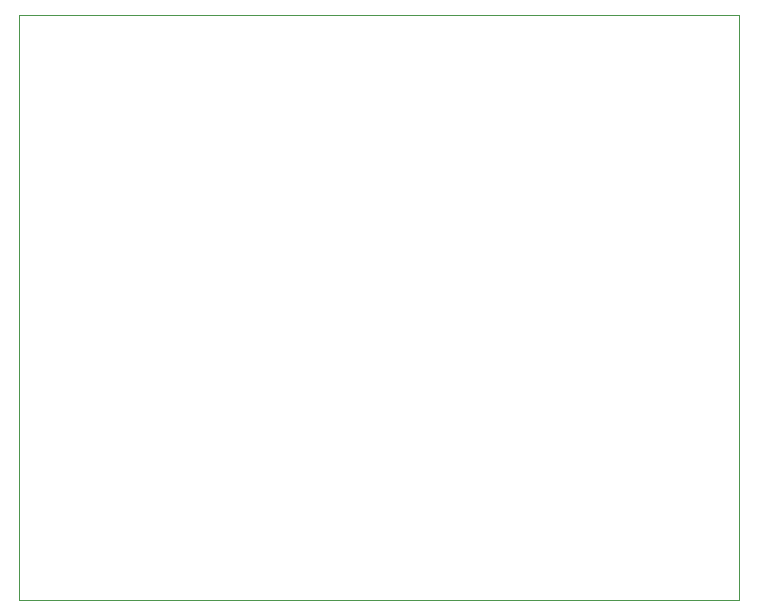
<source format=gbr>
%TF.GenerationSoftware,KiCad,Pcbnew,7.0.5*%
%TF.CreationDate,2023-08-10T10:01:06+03:00*%
%TF.ProjectId,shutter,73687574-7465-4722-9e6b-696361645f70,rev?*%
%TF.SameCoordinates,Original*%
%TF.FileFunction,Profile,NP*%
%FSLAX46Y46*%
G04 Gerber Fmt 4.6, Leading zero omitted, Abs format (unit mm)*
G04 Created by KiCad (PCBNEW 7.0.5) date 2023-08-10 10:01:06*
%MOMM*%
%LPD*%
G01*
G04 APERTURE LIST*
%TA.AperFunction,Profile*%
%ADD10C,0.100000*%
%TD*%
G04 APERTURE END LIST*
D10*
X112500000Y-70500000D02*
X173500000Y-70500000D01*
X173500000Y-120000000D02*
X112500000Y-120000000D01*
X173500000Y-70500000D02*
X173500000Y-120000000D01*
X112500000Y-120000000D02*
X112500000Y-70500000D01*
M02*

</source>
